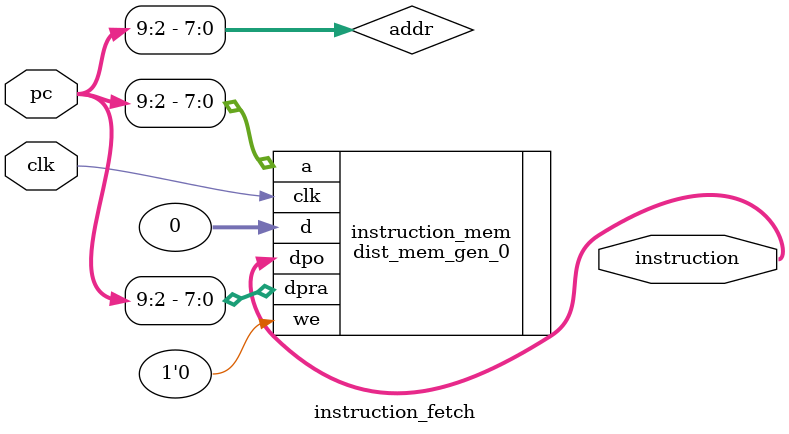
<source format=v>
module instruction_fetch (
    input clk,
    input [31:0] pc,
    output [31:0] instruction
);

  wire [7:0] addr = pc[9:2];

  dist_mem_gen_0 instruction_mem (
      .a   (addr),
      .d   (32'b0),
      .dpra(addr),
      .clk (clk),
      .we  (1'b0),
      .dpo (instruction)
  );

endmodule

</source>
